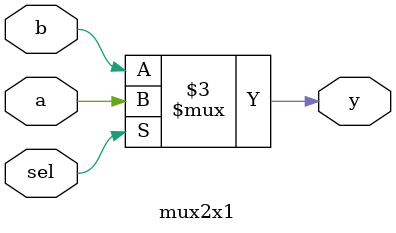
<source format=sv>
`timescale 1ns/1ps

module mux2x1 (
  input  logic a, b, sel,
  output logic y
);


  always_comb begin
    if (sel)
      y = a;
    else
      y = b;
  end

endmodule


</source>
